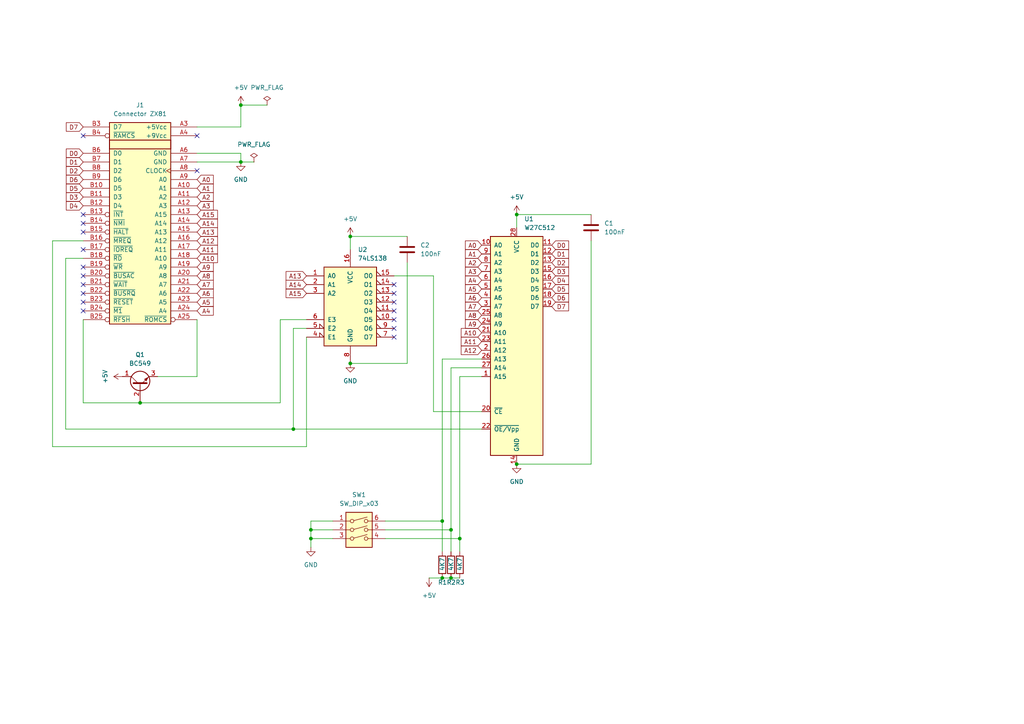
<source format=kicad_sch>
(kicad_sch (version 20231120) (generator "eeschema") (generator_version "8.0")
  (paper "A4")
  (lib_symbols
    (symbol "74xx:74LS138" (pin_names (offset 1.016))
      (property "Reference" "U" (at -7.62 11.43 0))
      (property "Value" "74LS138" (at -7.62 -13.97 0))
      (symbol "74LS138_1_0"
        (pin input line (at -12.7 7.62 0) (length 5.08) (name "A0") (number "1"))
        (pin output output_low (at 12.7 -5.08 180) (length 5.08) (name "O5") (number "10"))
        (pin output output_low (at 12.7 -2.54 180) (length 5.08) (name "O4") (number "11"))
        (pin output output_low (at 12.7 0 180) (length 5.08) (name "O3") (number "12"))
        (pin output output_low (at 12.7 2.54 180) (length 5.08) (name "O2") (number "13"))
        (pin output output_low (at 12.7 5.08 180) (length 5.08) (name "O1") (number "14"))
        (pin output output_low (at 12.7 7.62 180) (length 5.08) (name "O0") (number "15"))
        (pin power_in line (at 0 15.24 270) (length 5.08) (name "VCC") (number "16"))
        (pin input line (at -12.7 5.08 0) (length 5.08) (name "A1") (number "2"))
        (pin input line (at -12.7 2.54 0) (length 5.08) (name "A2") (number "3"))
        (pin input input_low (at -12.7 -10.16 0) (length 5.08) (name "E1") (number "4"))
        (pin input input_low (at -12.7 -7.62 0) (length 5.08) (name "E2") (number "5"))
        (pin input line (at -12.7 -5.08 0) (length 5.08) (name "E3") (number "6"))
        (pin output output_low (at 12.7 -10.16 180) (length 5.08) (name "O7") (number "7"))
        (pin power_in line (at 0 -17.78 90) (length 5.08) (name "GND") (number "8"))
        (pin output output_low (at 12.7 -7.62 180) (length 5.08) (name "O6") (number "9"))
      )
      (symbol "74LS138_1_1"
        (rectangle (start -7.62 10.16) (end 7.62 -12.7) (stroke (width 0.254)) (fill (type background)))
      )
    )
    (symbol "Device:C" (pin_numbers hide) (pin_names (offset 0.254))
      (property "Reference" "C" (at 0.635 2.54 0))
      (property "Value" "C" (at 0.635 -2.54 0))
      (symbol "C_0_1"
        (polyline (pts (xy -2.032 -0.762) (xy 2.032 -0.762)) (stroke (width 0.508)))
        (polyline (pts (xy -2.032 0.762) (xy 2.032 0.762)) (stroke (width 0.508)))
      )
      (symbol "C_1_1"
        (pin passive line (at 0 3.81 270) (length 2.794) (name "~") (number "1"))
        (pin passive line (at 0 -3.81 90) (length 2.794) (name "~") (number "2"))
      )
    )
    (symbol "Device:R" (pin_numbers hide) (pin_names (offset 0))
      (property "Reference" "R" (at 2.032 0 90))
      (property "Value" "R" (at 0 0 90))
      (symbol "R_0_1"
        (rectangle (start -1.016 -2.54) (end 1.016 2.54) (stroke (width 0.254)))
      )
      (symbol "R_1_1"
        (pin passive line (at 0 3.81 270) (length 1.27) (name "~") (number "1"))
        (pin passive line (at 0 -3.81 90) (length 1.27) (name "~") (number "2"))
      )
    )
    (symbol "Switch:SW_DIP_x03" (pin_names (offset 0) hide)
      (property "Reference" "SW" (at 0 6.35 0))
      (property "Value" "SW_DIP_x03" (at 0 -6.35 0))
      (symbol "SW_DIP_x03_0_0"
        (circle (center -2.032 -2.54) (radius 0.508))
        (circle (center -2.032 0) (radius 0.508))
        (circle (center -2.032 2.54) (radius 0.508))
        (polyline (pts (xy -1.524 -2.413) (xy 2.3622 -1.3716)))
        (polyline (pts (xy -1.524 0.127) (xy 2.3622 1.1684)))
        (polyline (pts (xy -1.524 2.667) (xy 2.3622 3.7084)))
        (circle (center 2.032 -2.54) (radius 0.508))
        (circle (center 2.032 0) (radius 0.508))
        (circle (center 2.032 2.54) (radius 0.508))
      )
      (symbol "SW_DIP_x03_0_1"
        (rectangle (start -3.81 5.08) (end 3.81 -5.08) (stroke (width 0.254)) (fill (type background)))
      )
      (symbol "SW_DIP_x03_1_1"
        (pin passive line (at -7.62 2.54 0) (length 5.08) (name "~") (number "1"))
        (pin passive line (at -7.62 0 0) (length 5.08) (name "~") (number "2"))
        (pin passive line (at -7.62 -2.54 0) (length 5.08) (name "~") (number "3"))
        (pin passive line (at 7.62 -2.54 180) (length 5.08) (name "~") (number "4"))
        (pin passive line (at 7.62 0 180) (length 5.08) (name "~") (number "5"))
        (pin passive line (at 7.62 2.54 180) (length 5.08) (name "~") (number "6"))
      )
    )
    (symbol "Transistor_BJT:BC549" (pin_names (offset 0) hide)
      (property "Reference" "Q" (at 5.08 1.905 0))
      (property "Value" "BC549" (at 5.08 0 0))
      (symbol "BC549_0_1"
        (polyline (pts (xy 0 0) (xy 0.635 0)))
        (polyline (pts (xy 0.635 0.635) (xy 2.54 2.54)))
        (polyline (pts (xy 0.635 -0.635) (xy 2.54 -2.54) (xy 2.54 -2.54)))
        (polyline (pts (xy 0.635 1.905) (xy 0.635 -1.905) (xy 0.635 -1.905)) (stroke (width 0.508)))
        (polyline (pts (xy 1.27 -1.778) (xy 1.778 -1.27) (xy 2.286 -2.286) (xy 1.27 -1.778) (xy 1.27 -1.778)) (fill (type outline)))
        (circle (center 1.27 0) (radius 2.8194) (stroke (width 0.254)))
      )
      (symbol "BC549_1_1"
        (pin passive line (at 2.54 5.08 270) (length 2.54) (name "C") (number "1"))
        (pin input line (at -5.08 0 0) (length 5.08) (name "B") (number "2"))
        (pin passive line (at 2.54 -5.08 90) (length 2.54) (name "E") (number "3"))
      )
    )
    (symbol "ZXINFO_LIB:Connector ZX81" (pin_names (offset 1.016))
      (property "Reference" "J" (at 1.27 36.83 0))
      (property "Value" "Connector ZX81" (at 1.27 -29.972 0))
      (symbol "Connector ZX81_1_1"
        (rectangle (start -8.89 25.4) (end 8.89 22.86) (stroke (width 0.254)))
        (rectangle (start -8.89 30.48) (end 8.89 -27.94) (stroke (width 0.254)) (fill (type background)))
        (pin bidirectional line (at 16.51 11.43 180) (length 7.62) (name "A1") (number "A10"))
        (pin bidirectional line (at 16.51 8.89 180) (length 7.62) (name "A2") (number "A11"))
        (pin bidirectional line (at 16.51 6.35 180) (length 7.62) (name "A3") (number "A12"))
        (pin bidirectional line (at 16.51 3.81 180) (length 7.62) (name "A15") (number "A13"))
        (pin bidirectional line (at 16.51 1.27 180) (length 7.62) (name "A14") (number "A14"))
        (pin bidirectional line (at 16.51 -1.27 180) (length 7.62) (name "A13") (number "A15"))
        (pin bidirectional line (at 16.51 -3.81 180) (length 7.62) (name "A12") (number "A16"))
        (pin bidirectional line (at 16.51 -6.35 180) (length 7.62) (name "A11") (number "A17"))
        (pin bidirectional line (at 16.51 -8.89 180) (length 7.62) (name "A10") (number "A18"))
        (pin bidirectional line (at 16.51 -11.43 180) (length 7.62) (name "A9") (number "A19"))
        (pin bidirectional line (at 16.51 -13.97 180) (length 7.62) (name "A8") (number "A20"))
        (pin bidirectional line (at 16.51 -16.51 180) (length 7.62) (name "A7") (number "A21"))
        (pin bidirectional line (at 16.51 -19.05 180) (length 7.62) (name "A6") (number "A22"))
        (pin bidirectional line (at 16.51 -21.59 180) (length 7.62) (name "A5") (number "A23"))
        (pin bidirectional line (at 16.51 -24.13 180) (length 7.62) (name "A4") (number "A24"))
        (pin bidirectional inverted (at 16.51 -26.67 180) (length 7.62) (name "~{ROMCS}") (number "A25"))
        (pin bidirectional line (at 16.51 29.21 180) (length 7.62) (name "+5Vcc") (number "A3"))
        (pin bidirectional line (at 16.51 26.67 180) (length 7.62) (name "+9Vcc") (number "A4"))
        (pin bidirectional line (at 16.51 21.59 180) (length 7.62) (name "GND") (number "A6"))
        (pin bidirectional line (at 16.51 19.05 180) (length 7.62) (name "GND") (number "A7"))
        (pin bidirectional clock (at 16.51 16.51 180) (length 7.62) (name "CLOCK") (number "A8"))
        (pin bidirectional line (at 16.51 13.97 180) (length 7.62) (name "A0") (number "A9"))
        (pin bidirectional line (at -16.51 11.43 0) (length 7.62) (name "D5") (number "B10"))
        (pin bidirectional line (at -16.51 8.89 0) (length 7.62) (name "D3") (number "B11"))
        (pin bidirectional line (at -16.51 6.35 0) (length 7.62) (name "D4") (number "B12"))
        (pin bidirectional inverted (at -16.51 3.81 0) (length 7.62) (name "~{INT}") (number "B13"))
        (pin bidirectional inverted (at -16.51 1.27 0) (length 7.62) (name "~{NMI}") (number "B14"))
        (pin bidirectional inverted (at -16.51 -1.27 0) (length 7.62) (name "~{HALT}") (number "B15"))
        (pin bidirectional inverted (at -16.51 -3.81 0) (length 7.62) (name "~{MREQ}") (number "B16"))
        (pin bidirectional inverted (at -16.51 -6.35 0) (length 7.62) (name "~{IOREQ}") (number "B17"))
        (pin bidirectional inverted (at -16.51 -8.89 0) (length 7.62) (name "~{RD}") (number "B18"))
        (pin bidirectional inverted (at -16.51 -11.43 0) (length 7.62) (name "~{WR}") (number "B19"))
        (pin bidirectional inverted (at -16.51 -13.97 0) (length 7.62) (name "~{BUSAC}") (number "B20"))
        (pin bidirectional inverted (at -16.51 -16.51 0) (length 7.62) (name "~{WAIT}") (number "B21"))
        (pin bidirectional inverted (at -16.51 -19.05 0) (length 7.62) (name "~{BUSRQ}") (number "B22"))
        (pin bidirectional inverted (at -16.51 -21.59 0) (length 7.62) (name "~{RESET}") (number "B23"))
        (pin bidirectional inverted (at -16.51 -24.13 0) (length 7.62) (name "~{M1}") (number "B24"))
        (pin bidirectional inverted (at -16.51 -26.67 0) (length 7.62) (name "~{RFSH}") (number "B25"))
        (pin bidirectional line (at -16.51 29.21 0) (length 7.62) (name "D7") (number "B3"))
        (pin input inverted (at -16.51 26.67 0) (length 7.62) (name "~{RAMCS}") (number "B4"))
        (pin bidirectional line (at -16.51 21.59 0) (length 7.62) (name "D0") (number "B6"))
        (pin bidirectional line (at -16.51 19.05 0) (length 7.62) (name "D1") (number "B7"))
        (pin bidirectional line (at -16.51 16.51 0) (length 7.62) (name "D2") (number "B8"))
        (pin bidirectional line (at -16.51 13.97 0) (length 7.62) (name "D6") (number "B9"))
      )
    )
    (symbol "ZXINFO_LIB:W27C512" (pin_names (offset 1.016))
      (property "Reference" "U" (at 6.35 33.02 0))
      (property "Value" "W27C512" (at 5.08 -33.02 0))
      (symbol "W27C512_1_1"
        (rectangle (start -7.62 31.75) (end 7.62 -31.75) (stroke (width 0.254)) (fill (type background)))
        (pin input line (at -10.16 -8.89 0) (length 2.54) (name "A15") (number "1"))
        (pin input line (at -10.16 29.21 0) (length 2.54) (name "A0") (number "10"))
        (pin tri_state line (at 10.16 29.21 180) (length 2.54) (name "D0") (number "11"))
        (pin tri_state line (at 10.16 26.67 180) (length 2.54) (name "D1") (number "12"))
        (pin tri_state line (at 10.16 24.13 180) (length 2.54) (name "D2") (number "13"))
        (pin power_in line (at 0 -34.29 90) (length 2.54) (name "GND") (number "14"))
        (pin tri_state line (at 10.16 21.59 180) (length 2.54) (name "D3") (number "15"))
        (pin tri_state line (at 10.16 19.05 180) (length 2.54) (name "D4") (number "16"))
        (pin tri_state line (at 10.16 16.51 180) (length 2.54) (name "D5") (number "17"))
        (pin tri_state line (at 10.16 13.97 180) (length 2.54) (name "D6") (number "18"))
        (pin tri_state line (at 10.16 11.43 180) (length 2.54) (name "D7") (number "19"))
        (pin input line (at -10.16 -1.27 0) (length 2.54) (name "A12") (number "2"))
        (pin input line (at -10.16 -19.05 0) (length 2.54) (name "~{CE}") (number "20"))
        (pin input line (at -10.16 3.81 0) (length 2.54) (name "A10") (number "21"))
        (pin input line (at -10.16 -24.13 0) (length 2.54) (name "~{OE/Vpp}") (number "22"))
        (pin input line (at -10.16 1.27 0) (length 2.54) (name "A11") (number "23"))
        (pin input line (at -10.16 6.35 0) (length 2.54) (name "A9") (number "24"))
        (pin input line (at -10.16 8.89 0) (length 2.54) (name "A8") (number "25"))
        (pin input line (at -10.16 -3.81 0) (length 2.54) (name "A13") (number "26"))
        (pin input line (at -10.16 -6.35 0) (length 2.54) (name "A14") (number "27"))
        (pin power_in line (at 0 34.29 270) (length 2.54) (name "VCC") (number "28"))
        (pin input line (at -10.16 11.43 0) (length 2.54) (name "A7") (number "3"))
        (pin input line (at -10.16 13.97 0) (length 2.54) (name "A6") (number "4"))
        (pin input line (at -10.16 16.51 0) (length 2.54) (name "A5") (number "5"))
        (pin input line (at -10.16 19.05 0) (length 2.54) (name "A4") (number "6"))
        (pin input line (at -10.16 21.59 0) (length 2.54) (name "A3") (number "7"))
        (pin input line (at -10.16 24.13 0) (length 2.54) (name "A2") (number "8"))
        (pin input line (at -10.16 26.67 0) (length 2.54) (name "A1") (number "9"))
      )
    )
    (symbol "power:+5V" (power) (pin_numbers hide) (pin_names (offset 0) hide)
      (property "Value" "+5V" (at 0 3.556 0))
      (symbol "+5V_0_1"
        (polyline (pts (xy -0.762 1.27) (xy 0 2.54)))
        (polyline (pts (xy 0 0) (xy 0 2.54)))
        (polyline (pts (xy 0 2.54) (xy 0.762 1.27)))
      )
      (symbol "+5V_1_1"
        (pin power_in line (at 0 0 90) (length 0) (name "~") (number "1"))
      )
    )
    (symbol "power:GND" (power) (pin_numbers hide) (pin_names (offset 0) hide)
      (property "Value" "GND" (at 0 -3.81 0))
      (symbol "GND_0_1"
        (polyline (pts (xy 0 0) (xy 0 -1.27) (xy 1.27 -1.27) (xy 0 -2.54) (xy -1.27 -1.27) (xy 0 -1.27)))
      )
      (symbol "GND_1_1"
        (pin power_in line (at 0 0 270) (length 0) (name "~") (number "1"))
      )
    )
    (symbol "power:PWR_FLAG" (power) (pin_numbers hide) (pin_names (offset 0) hide)
      (property "Value" "PWR_FLAG" (at 0 3.81 0))
      (symbol "PWR_FLAG_0_0"
        (pin power_out line (at 0 0 90) (length 0) (name "~") (number "1"))
      )
      (symbol "PWR_FLAG_0_1"
        (polyline (pts (xy 0 0) (xy 0 1.27) (xy -1.016 1.905) (xy 0 2.54) (xy 1.016 1.905) (xy 0 1.27)))
      )
    )
  )
  (junction (at 149.86 62.23))
  (junction (at 101.6 105.41))
  (junction (at 130.81 153.67))
  (junction (at 90.17 156.21))
  (junction (at 133.35 156.21))
  (junction (at 69.85 46.99))
  (junction (at 101.6 68.58))
  (junction (at 69.85 30.48))
  (junction (at 40.64 116.84))
  (junction (at 130.81 167.64))
  (junction (at 128.27 167.64))
  (junction (at 90.17 153.67))
  (junction (at 128.27 151.13))
  (junction (at 149.86 134.62))
  (junction (at 85.09 124.46))
  (no_connect (at 24.13 82.55))
  (no_connect (at 57.15 49.53))
  (no_connect (at 114.3 90.17))
  (no_connect (at 114.3 82.55))
  (no_connect (at 24.13 80.01))
  (no_connect (at 114.3 85.09))
  (no_connect (at 24.13 87.63))
  (no_connect (at 57.15 39.37))
  (no_connect (at 24.13 85.09))
  (no_connect (at 24.13 77.47))
  (no_connect (at 24.13 72.39))
  (no_connect (at 24.13 90.17))
  (no_connect (at 24.13 67.31))
  (no_connect (at 24.13 64.77))
  (no_connect (at 114.3 95.25))
  (no_connect (at 114.3 97.79))
  (no_connect (at 24.13 62.23))
  (no_connect (at 24.13 39.37))
  (no_connect (at 114.3 87.63))
  (no_connect (at 114.3 92.71))
  (wire (pts (xy 139.7 124.46) (xy 85.09 124.46)))
  (wire (pts (xy 133.35 167.64) (xy 130.81 167.64)))
  (wire (pts (xy 24.13 116.84) (xy 40.64 116.84)))
  (wire (pts (xy 69.85 46.99) (xy 73.66 46.99)))
  (wire (pts (xy 90.17 153.67) (xy 90.17 156.21)))
  (wire (pts (xy 128.27 104.14) (xy 128.27 151.13)))
  (wire (pts (xy 57.15 109.22) (xy 57.15 92.71)))
  (wire (pts (xy 111.76 151.13) (xy 128.27 151.13)))
  (wire (pts (xy 19.05 124.46) (xy 85.09 124.46)))
  (wire (pts (xy 114.3 80.01) (xy 125.73 80.01)))
  (wire (pts (xy 139.7 104.14) (xy 128.27 104.14)))
  (wire (pts (xy 130.81 106.68) (xy 130.81 153.67)))
  (wire (pts (xy 15.24 129.54) (xy 88.9 129.54)))
  (wire (pts (xy 85.09 124.46) (xy 85.09 95.25)))
  (wire (pts (xy 19.05 74.93) (xy 19.05 124.46)))
  (wire (pts (xy 171.45 69.85) (xy 171.45 134.62)))
  (wire (pts (xy 128.27 151.13) (xy 128.27 160.02)))
  (wire (pts (xy 81.28 116.84) (xy 81.28 92.71)))
  (wire (pts (xy 118.11 105.41) (xy 118.11 76.2)))
  (wire (pts (xy 133.35 109.22) (xy 133.35 156.21)))
  (wire (pts (xy 96.52 153.67) (xy 90.17 153.67)))
  (wire (pts (xy 96.52 156.21) (xy 90.17 156.21)))
  (wire (pts (xy 111.76 156.21) (xy 133.35 156.21)))
  (wire (pts (xy 125.73 80.01) (xy 125.73 119.38)))
  (wire (pts (xy 69.85 44.45) (xy 57.15 44.45)))
  (wire (pts (xy 15.24 69.85) (xy 15.24 129.54)))
  (wire (pts (xy 101.6 72.39) (xy 101.6 68.58)))
  (wire (pts (xy 130.81 153.67) (xy 130.81 160.02)))
  (wire (pts (xy 90.17 151.13) (xy 90.17 153.67)))
  (wire (pts (xy 77.47 30.48) (xy 69.85 30.48)))
  (wire (pts (xy 125.73 119.38) (xy 139.7 119.38)))
  (wire (pts (xy 40.64 116.84) (xy 81.28 116.84)))
  (wire (pts (xy 57.15 46.99) (xy 69.85 46.99)))
  (wire (pts (xy 85.09 95.25) (xy 88.9 95.25)))
  (wire (pts (xy 111.76 153.67) (xy 130.81 153.67)))
  (wire (pts (xy 90.17 156.21) (xy 90.17 158.75)))
  (wire (pts (xy 24.13 92.71) (xy 24.13 116.84)))
  (wire (pts (xy 81.28 92.71) (xy 88.9 92.71)))
  (wire (pts (xy 45.72 109.22) (xy 57.15 109.22)))
  (wire (pts (xy 130.81 167.64) (xy 128.27 167.64)))
  (wire (pts (xy 149.86 66.04) (xy 149.86 62.23)))
  (wire (pts (xy 24.13 69.85) (xy 15.24 69.85)))
  (wire (pts (xy 139.7 106.68) (xy 130.81 106.68)))
  (wire (pts (xy 96.52 151.13) (xy 90.17 151.13)))
  (wire (pts (xy 69.85 36.83) (xy 57.15 36.83)))
  (wire (pts (xy 118.11 68.58) (xy 101.6 68.58)))
  (wire (pts (xy 69.85 46.99) (xy 69.85 44.45)))
  (wire (pts (xy 133.35 156.21) (xy 133.35 160.02)))
  (wire (pts (xy 128.27 167.64) (xy 124.46 167.64)))
  (wire (pts (xy 139.7 109.22) (xy 133.35 109.22)))
  (wire (pts (xy 171.45 134.62) (xy 149.86 134.62)))
  (wire (pts (xy 24.13 74.93) (xy 19.05 74.93)))
  (wire (pts (xy 69.85 36.83) (xy 69.85 30.48)))
  (wire (pts (xy 101.6 105.41) (xy 118.11 105.41)))
  (wire (pts (xy 88.9 129.54) (xy 88.9 97.79)))
  (wire (pts (xy 171.45 62.23) (xy 149.86 62.23)))
  (global_label "A14" (shape input) (at 88.9 82.55 180) (property "Intersheetrefs" "${INTERSHEET_REFS}" (effects (hide yes))))
  (global_label "D3" (shape input) (at 160.02 78.74 0) (property "Intersheetrefs" "${INTERSHEET_REFS}" (effects (hide yes))))
  (global_label "D2" (shape input) (at 160.02 76.2 0) (property "Intersheetrefs" "${INTERSHEET_REFS}" (effects (hide yes))))
  (global_label "A1" (shape input) (at 57.15 54.61 0) (property "Intersheetrefs" "${INTERSHEET_REFS}" (effects (hide yes))))
  (global_label "A11" (shape input) (at 57.15 72.39 0) (property "Intersheetrefs" "${INTERSHEET_REFS}" (effects (hide yes))))
  (global_label "D4" (shape input) (at 160.02 81.28 0) (property "Intersheetrefs" "${INTERSHEET_REFS}" (effects (hide yes))))
  (global_label "D2" (shape input) (at 24.13 49.53 180) (property "Intersheetrefs" "${INTERSHEET_REFS}" (effects (hide yes))))
  (global_label "D1" (shape input) (at 160.02 73.66 0) (property "Intersheetrefs" "${INTERSHEET_REFS}" (effects (hide yes))))
  (global_label "A8" (shape input) (at 57.15 80.01 0) (property "Intersheetrefs" "${INTERSHEET_REFS}" (effects (hide yes))))
  (global_label "A1" (shape input) (at 139.7 73.66 180) (property "Intersheetrefs" "${INTERSHEET_REFS}" (effects (hide yes))))
  (global_label "A4" (shape input) (at 57.15 90.17 0) (property "Intersheetrefs" "${INTERSHEET_REFS}" (effects (hide yes))))
  (global_label "A0" (shape input) (at 57.15 52.07 0) (property "Intersheetrefs" "${INTERSHEET_REFS}" (effects (hide yes))))
  (global_label "A0" (shape input) (at 139.7 71.12 180) (property "Intersheetrefs" "${INTERSHEET_REFS}" (effects (hide yes))))
  (global_label "A15" (shape input) (at 57.15 62.23 0) (property "Intersheetrefs" "${INTERSHEET_REFS}" (effects (hide yes))))
  (global_label "D4" (shape input) (at 24.13 59.69 180) (property "Intersheetrefs" "${INTERSHEET_REFS}" (effects (hide yes))))
  (global_label "D5" (shape input) (at 24.13 54.61 180) (property "Intersheetrefs" "${INTERSHEET_REFS}" (effects (hide yes))))
  (global_label "A2" (shape input) (at 57.15 57.15 0) (property "Intersheetrefs" "${INTERSHEET_REFS}" (effects (hide yes))))
  (global_label "A15" (shape input) (at 88.9 85.09 180) (property "Intersheetrefs" "${INTERSHEET_REFS}" (effects (hide yes))))
  (global_label "A13" (shape input) (at 88.9 80.01 180) (property "Intersheetrefs" "${INTERSHEET_REFS}" (effects (hide yes))))
  (global_label "A10" (shape input) (at 139.7 96.52 180) (property "Intersheetrefs" "${INTERSHEET_REFS}" (effects (hide yes))))
  (global_label "A2" (shape input) (at 139.7 76.2 180) (property "Intersheetrefs" "${INTERSHEET_REFS}" (effects (hide yes))))
  (global_label "D7" (shape input) (at 160.02 88.9 0) (property "Intersheetrefs" "${INTERSHEET_REFS}" (effects (hide yes))))
  (global_label "D6" (shape input) (at 24.13 52.07 180) (property "Intersheetrefs" "${INTERSHEET_REFS}" (effects (hide yes))))
  (global_label "A7" (shape input) (at 139.7 88.9 180) (property "Intersheetrefs" "${INTERSHEET_REFS}" (effects (hide yes))))
  (global_label "A6" (shape input) (at 57.15 85.09 0) (property "Intersheetrefs" "${INTERSHEET_REFS}" (effects (hide yes))))
  (global_label "D0" (shape input) (at 24.13 44.45 180) (property "Intersheetrefs" "${INTERSHEET_REFS}" (effects (hide yes))))
  (global_label "A7" (shape input) (at 57.15 82.55 0) (property "Intersheetrefs" "${INTERSHEET_REFS}" (effects (hide yes))))
  (global_label "D7" (shape input) (at 24.13 36.83 180) (property "Intersheetrefs" "${INTERSHEET_REFS}" (effects (hide yes))))
  (global_label "A5" (shape input) (at 57.15 87.63 0) (property "Intersheetrefs" "${INTERSHEET_REFS}" (effects (hide yes))))
  (global_label "D6" (shape input) (at 160.02 86.36 0) (property "Intersheetrefs" "${INTERSHEET_REFS}" (effects (hide yes))))
  (global_label "A14" (shape input) (at 57.15 64.77 0) (property "Intersheetrefs" "${INTERSHEET_REFS}" (effects (hide yes))))
  (global_label "A12" (shape input) (at 139.7 101.6 180) (property "Intersheetrefs" "${INTERSHEET_REFS}" (effects (hide yes))))
  (global_label "D5" (shape input) (at 160.02 83.82 0) (property "Intersheetrefs" "${INTERSHEET_REFS}" (effects (hide yes))))
  (global_label "A5" (shape input) (at 139.7 83.82 180) (property "Intersheetrefs" "${INTERSHEET_REFS}" (effects (hide yes))))
  (global_label "D0" (shape input) (at 160.02 71.12 0) (property "Intersheetrefs" "${INTERSHEET_REFS}" (effects (hide yes))))
  (global_label "A3" (shape input) (at 57.15 59.69 0) (property "Intersheetrefs" "${INTERSHEET_REFS}" (effects (hide yes))))
  (global_label "A11" (shape input) (at 139.7 99.06 180) (property "Intersheetrefs" "${INTERSHEET_REFS}" (effects (hide yes))))
  (global_label "A4" (shape input) (at 139.7 81.28 180) (property "Intersheetrefs" "${INTERSHEET_REFS}" (effects (hide yes))))
  (global_label "A12" (shape input) (at 57.15 69.85 0) (property "Intersheetrefs" "${INTERSHEET_REFS}" (effects (hide yes))))
  (global_label "D3" (shape input) (at 24.13 57.15 180) (property "Intersheetrefs" "${INTERSHEET_REFS}" (effects (hide yes))))
  (global_label "D1" (shape input) (at 24.13 46.99 180) (property "Intersheetrefs" "${INTERSHEET_REFS}" (effects (hide yes))))
  (global_label "A8" (shape input) (at 139.7 91.44 180) (property "Intersheetrefs" "${INTERSHEET_REFS}" (effects (hide yes))))
  (global_label "A6" (shape input) (at 139.7 86.36 180) (property "Intersheetrefs" "${INTERSHEET_REFS}" (effects (hide yes))))
  (global_label "A3" (shape input) (at 139.7 78.74 180) (property "Intersheetrefs" "${INTERSHEET_REFS}" (effects (hide yes))))
  (global_label "A10" (shape input) (at 57.15 74.93 0) (property "Intersheetrefs" "${INTERSHEET_REFS}" (effects (hide yes))))
  (global_label "A9" (shape input) (at 139.7 93.98 180) (property "Intersheetrefs" "${INTERSHEET_REFS}" (effects (hide yes))))
  (global_label "A9" (shape input) (at 57.15 77.47 0) (property "Intersheetrefs" "${INTERSHEET_REFS}" (effects (hide yes))))
  (global_label "A13" (shape input) (at 57.15 67.31 0) (property "Intersheetrefs" "${INTERSHEET_REFS}" (effects (hide yes))))
  (symbol (lib_id "ZXINFO_LIB:W27C512") (at 149.86 100.33 0) (unit 1)
    (property "Reference" "U1" (at 152.0541 63.5 0) (effects (justify left)))
    (property "Value" "W27C512" (at 152.0541 66.04 0) (effects (justify left)))
    (property "Footprint" "Package_DIP:DIP-28_W15.24mm" (effects (hide yes)))
    (property "Description" "64K ×  8 ELECTRICALLY ERASABLE EPROM" (effects (hide yes)))
  )
  (symbol (lib_id "Device:C") (at 118.11 72.39 0) (unit 1)
    (property "Reference" "C2" (at 121.92 71.1199 0) (effects (justify left)))
    (property "Value" "100nF" (at 121.92 73.6599 0) (effects (justify left)))
    (property "Footprint" "Capacitor_THT:C_Disc_D3.0mm_W1.6mm_P2.50mm" (effects (hide yes)))
    (property "Description" "Unpolarized capacitor" (effects (hide yes)))
  )
  (symbol (lib_id "power:GND") (at 90.17 158.75 0) (unit 1)
    (property "Reference" "#PWR08" (effects (hide yes)))
    (property "Value" "GND" (at 90.17 163.83 0))
    (property "Description" "Power symbol creates a global label with name \"GND\" , ground" (effects (hide yes)))
  )
  (symbol (lib_id "power:GND") (at 69.85 46.99 0) (unit 1)
    (property "Reference" "#PWR01" (effects (hide yes)))
    (property "Value" "GND" (at 69.85 52.07 0))
    (property "Description" "Power symbol creates a global label with name \"GND\" , ground" (effects (hide yes)))
  )
  (symbol (lib_id "power:+5V") (at 35.56 109.22 90) (unit 1)
    (property "Reference" "#PWR02" (effects (hide yes)))
    (property "Value" "+5V" (at 30.48 109.22 0))
    (property "Description" "Power symbol creates a global label with name \"+5V\"" (effects (hide yes)))
  )
  (symbol (lib_id "power:GND") (at 101.6 105.41 0) (unit 1)
    (property "Reference" "#PWR04" (effects (hide yes)))
    (property "Value" "GND" (at 101.6 110.49 0))
    (property "Description" "Power symbol creates a global label with name \"GND\" , ground" (effects (hide yes)))
  )
  (symbol (lib_id "Device:C") (at 171.45 66.04 0) (unit 1)
    (property "Reference" "C1" (at 175.26 64.7699 0) (effects (justify left)))
    (property "Value" "100nF" (at 175.26 67.3099 0) (effects (justify left)))
    (property "Footprint" "Capacitor_THT:C_Disc_D3.0mm_W1.6mm_P2.50mm" (effects (hide yes)))
    (property "Description" "Unpolarized capacitor" (effects (hide yes)))
  )
  (symbol (lib_id "power:PWR_FLAG") (at 77.47 30.48 0) (unit 1)
    (property "Reference" "#FLG02" (effects (hide yes)))
    (property "Value" "PWR_FLAG" (at 77.47 25.4 0))
    (property "Description" "Special symbol for telling ERC where power comes from" (effects (hide yes)))
  )
  (symbol (lib_id "power:+5V") (at 149.86 62.23 0) (unit 1)
    (property "Reference" "#PWR05" (effects (hide yes)))
    (property "Value" "+5V" (at 149.86 57.15 0))
    (property "Description" "Power symbol creates a global label with name \"+5V\"" (effects (hide yes)))
  )
  (symbol (lib_id "Device:R") (at 128.27 163.83 0) (unit 1)
    (property "Reference" "R1" (at 127 168.91 0) (effects (justify left)))
    (property "Value" "4K7" (at 128.27 165.608 90) (effects (justify left)))
    (property "Footprint" "Resistor_THT:R_Axial_DIN0207_L6.3mm_D2.5mm_P10.16mm_Horizontal" (effects (hide yes)))
    (property "Description" "Resistor" (effects (hide yes)))
  )
  (symbol (lib_id "power:GND") (at 149.86 134.62 0) (unit 1)
    (property "Reference" "#PWR06" (effects (hide yes)))
    (property "Value" "GND" (at 149.86 139.7 0))
    (property "Description" "Power symbol creates a global label with name \"GND\" , ground" (effects (hide yes)))
  )
  (symbol (lib_id "Device:R") (at 133.35 163.83 0) (unit 1)
    (property "Reference" "R3" (at 132.08 168.91 0) (effects (justify left)))
    (property "Value" "4K7" (at 133.35 165.608 90) (effects (justify left)))
    (property "Footprint" "Resistor_THT:R_Axial_DIN0207_L6.3mm_D2.5mm_P10.16mm_Horizontal" (effects (hide yes)))
    (property "Description" "Resistor" (effects (hide yes)))
  )
  (symbol (lib_id "power:+5V") (at 69.85 30.48 0) (unit 1)
    (property "Reference" "#PWR07" (effects (hide yes)))
    (property "Value" "+5V" (at 69.85 25.4 0))
    (property "Description" "Power symbol creates a global label with name \"+5V\"" (effects (hide yes)))
  )
  (symbol (lib_id "power:PWR_FLAG") (at 73.66 46.99 0) (unit 1)
    (property "Reference" "#FLG01" (effects (hide yes)))
    (property "Value" "PWR_FLAG" (at 73.66 41.91 0))
    (property "Description" "Special symbol for telling ERC where power comes from" (effects (hide yes)))
  )
  (symbol (lib_id "Transistor_BJT:BC549") (at 40.64 111.76 90) (unit 1)
    (property "Reference" "Q1" (at 40.64 102.87 90))
    (property "Value" "BC549" (at 40.64 105.41 90))
    (property "Footprint" "Package_TO_SOT_THT:TO-92_Inline" (effects (hide yes)))
    (property "Datasheet" "https://www.onsemi.com/pub/Collateral/BC550-D.pdf" (effects (hide yes)))
    (property "Description" "0.1A Ic, 30V Vce, Small Signal NPN Transistor, TO-92" (effects (hide yes)))
  )
  (symbol (lib_id "74xx:74LS138") (at 101.6 87.63 0) (unit 1)
    (property "Reference" "U2" (at 103.7941 72.39 0) (effects (justify left)))
    (property "Value" "74LS138" (at 103.7941 74.93 0) (effects (justify left)))
    (property "Footprint" "Package_DIP:DIP-16_W7.62mm" (effects (hide yes)))
    (property "Datasheet" "http://www.ti.com/lit/gpn/sn74LS138" (effects (hide yes)))
    (property "Description" "Decoder 3 to 8 active low outputs" (effects (hide yes)))
  )
  (symbol (lib_id "power:+5V") (at 124.46 167.64 180) (unit 1)
    (property "Reference" "#PWR09" (effects (hide yes)))
    (property "Value" "+5V" (at 124.46 172.72 0))
    (property "Description" "Power symbol creates a global label with name \"+5V\"" (effects (hide yes)))
  )
  (symbol (lib_id "power:+5V") (at 101.6 68.58 0) (unit 1)
    (property "Reference" "#PWR03" (effects (hide yes)))
    (property "Value" "+5V" (at 101.6 63.5 0))
    (property "Description" "Power symbol creates a global label with name \"+5V\"" (effects (hide yes)))
  )
  (symbol (lib_id "ZXINFO_LIB:Connector ZX81") (at 40.64 66.04 0) (unit 1)
    (property "Reference" "J1" (at 40.64 30.48 0))
    (property "Value" "Connector ZX81" (at 40.64 33.02 0))
    (property "Footprint" "ZXINFO:EDGE ZX81_1" (effects (hide yes)))
  )
  (symbol (lib_id "Switch:SW_DIP_x03") (at 104.14 153.67 0) (unit 1)
    (property "Reference" "SW1" (at 104.14 143.51 0))
    (property "Value" "SW_DIP_x03" (at 104.14 146.05 0))
    (property "Footprint" "Button_Switch_THT:SW_DIP_SPSTx03_Slide_6.7x9.18mm_W7.62mm_P2.54mm_LowProfile" (effects (hide yes)))
    (property "Description" "3x DIP Switch, Single Pole Single Throw (SPST) switch, small symbol" (effects (hide yes)))
  )
  (symbol (lib_id "Device:R") (at 130.81 163.83 0) (unit 1)
    (property "Reference" "R2" (at 129.54 168.91 0) (effects (justify left)))
    (property "Value" "4K7" (at 130.81 165.608 90) (effects (justify left)))
    (property "Footprint" "Resistor_THT:R_Axial_DIN0207_L6.3mm_D2.5mm_P10.16mm_Horizontal" (effects (hide yes)))
    (property "Description" "Resistor" (effects (hide yes)))
  )
)
</source>
